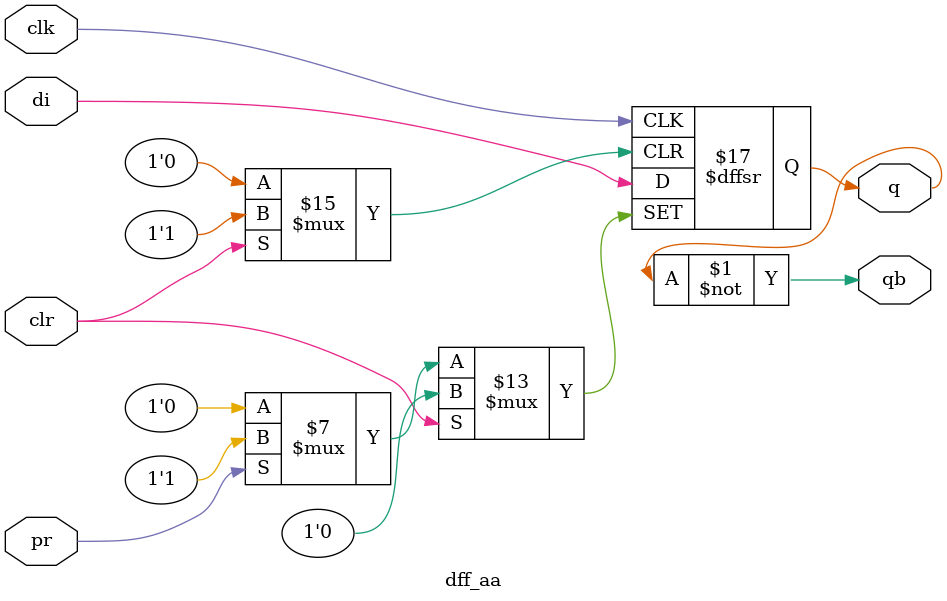
<source format=sv>
module dff_aa(q,qb,di,clk,clr,pr); // Behavioral DFF with async controls and conditional path delay
  output q,qb; input di,clk,clr,pr;
  reg q;
  reg [1:0] b [1:0]; // New module scope declaration of a 2x2 bit array
  reg [1:0] x, y;    // New module scope declaration of two bits
  assign qb=~q;  
  specify
    // Conditional path delay: clk->q edge-sensitive path active only if clr and pr are low
    if (!clr &&!pr) (posedge clk *> (q:di)) = 1;
  endspecify
  // Behavioral description with async reset/preset priority
  always @(posedge clk or posedge clr or posedge pr) // Added async sensitivity
    if(clr) q <= 1'b0; // Use non-blocking <=
    else if(pr) q <= 1'b1;
    else q <= di;
  // Declare X and Y in the module scope array using array indexing
  assign x = b[0]; // x=b[0][1:0]
  assign y = b[1]; // y=b[1][1:0]
endmodule
</source>
